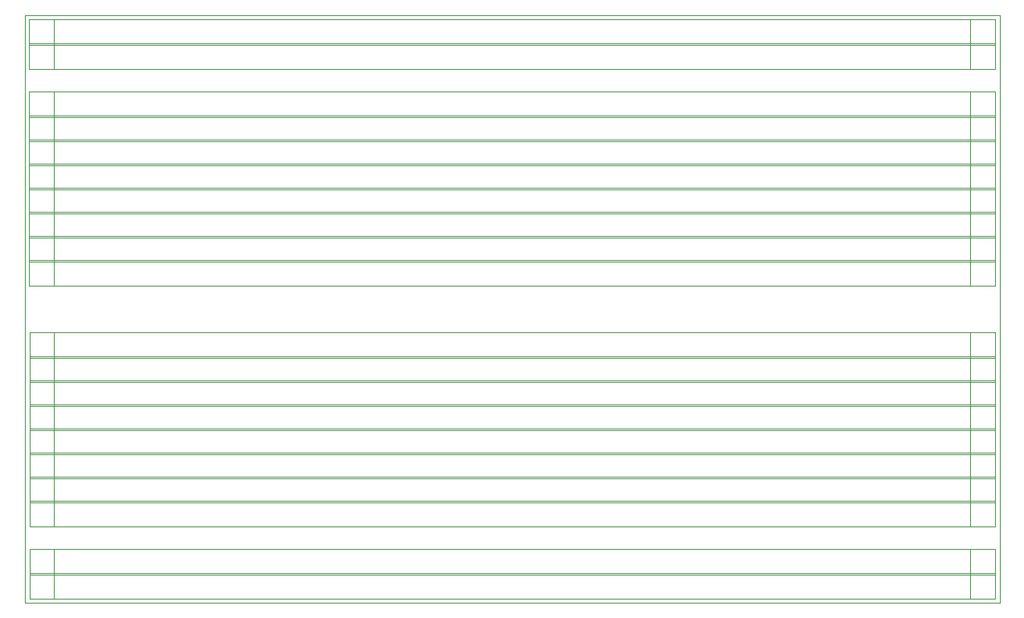
<source format=gbr>
%TF.GenerationSoftware,KiCad,Pcbnew,8.0.1*%
%TF.CreationDate,2024-04-20T13:08:06+02:00*%
%TF.ProjectId,proto_board,70726f74-6f5f-4626-9f61-72642e6b6963,rev?*%
%TF.SameCoordinates,Original*%
%TF.FileFunction,Legend,Top*%
%TF.FilePolarity,Positive*%
%FSLAX46Y46*%
G04 Gerber Fmt 4.6, Leading zero omitted, Abs format (unit mm)*
G04 Created by KiCad (PCBNEW 8.0.1) date 2024-04-20 13:08:06*
%MOMM*%
%LPD*%
G01*
G04 APERTURE LIST*
%ADD10C,0.100000*%
%ADD11C,0.120000*%
G04 APERTURE END LIST*
D10*
X46600000Y-47650000D02*
X149275000Y-47650000D01*
X149275000Y-109650000D01*
X46600000Y-109650000D01*
X46600000Y-47650000D01*
D11*
%TO.C,REF\u002A\u002A*%
X148795000Y-103995000D02*
X148795000Y-105325000D01*
X147465000Y-103995000D02*
X148795000Y-103995000D01*
X146195000Y-106655000D02*
X47075000Y-106655000D01*
X146195000Y-103995000D02*
X146195000Y-106655000D01*
X146195000Y-103995000D02*
X47075000Y-103995000D01*
X47075000Y-103995000D02*
X47075000Y-106655000D01*
X148785000Y-60815000D02*
X148785000Y-62145000D01*
X147455000Y-60815000D02*
X148785000Y-60815000D01*
X146185000Y-63475000D02*
X47065000Y-63475000D01*
X146185000Y-60815000D02*
X146185000Y-63475000D01*
X146185000Y-60815000D02*
X47065000Y-60815000D01*
X47065000Y-60815000D02*
X47065000Y-63475000D01*
X148795000Y-93835000D02*
X148795000Y-95165000D01*
X147465000Y-93835000D02*
X148795000Y-93835000D01*
X146195000Y-96495000D02*
X47075000Y-96495000D01*
X146195000Y-93835000D02*
X146195000Y-96495000D01*
X146195000Y-93835000D02*
X47075000Y-93835000D01*
X47075000Y-93835000D02*
X47075000Y-96495000D01*
X148785000Y-50655000D02*
X148785000Y-51985000D01*
X147455000Y-50655000D02*
X148785000Y-50655000D01*
X146185000Y-53315000D02*
X47065000Y-53315000D01*
X146185000Y-50655000D02*
X146185000Y-53315000D01*
X146185000Y-50655000D02*
X47065000Y-50655000D01*
X47065000Y-50655000D02*
X47065000Y-53315000D01*
X148795000Y-96375000D02*
X148795000Y-97705000D01*
X147465000Y-96375000D02*
X148795000Y-96375000D01*
X146195000Y-99035000D02*
X47075000Y-99035000D01*
X146195000Y-96375000D02*
X146195000Y-99035000D01*
X146195000Y-96375000D02*
X47075000Y-96375000D01*
X47075000Y-96375000D02*
X47075000Y-99035000D01*
X148795000Y-88755000D02*
X148795000Y-90085000D01*
X147465000Y-88755000D02*
X148795000Y-88755000D01*
X146195000Y-91415000D02*
X47075000Y-91415000D01*
X146195000Y-88755000D02*
X146195000Y-91415000D01*
X146195000Y-88755000D02*
X47075000Y-88755000D01*
X47075000Y-88755000D02*
X47075000Y-91415000D01*
X148795000Y-83675000D02*
X148795000Y-85005000D01*
X147465000Y-83675000D02*
X148795000Y-83675000D01*
X146195000Y-86335000D02*
X47075000Y-86335000D01*
X146195000Y-83675000D02*
X146195000Y-86335000D01*
X146195000Y-83675000D02*
X47075000Y-83675000D01*
X47075000Y-83675000D02*
X47075000Y-86335000D01*
X148795000Y-106535000D02*
X148795000Y-107865000D01*
X147465000Y-106535000D02*
X148795000Y-106535000D01*
X146195000Y-109195000D02*
X47075000Y-109195000D01*
X146195000Y-106535000D02*
X146195000Y-109195000D01*
X146195000Y-106535000D02*
X47075000Y-106535000D01*
X47075000Y-106535000D02*
X47075000Y-109195000D01*
X148785000Y-73515000D02*
X148785000Y-74845000D01*
X147455000Y-73515000D02*
X148785000Y-73515000D01*
X146185000Y-76175000D02*
X47065000Y-76175000D01*
X146185000Y-73515000D02*
X146185000Y-76175000D01*
X146185000Y-73515000D02*
X47065000Y-73515000D01*
X47065000Y-73515000D02*
X47065000Y-76175000D01*
X148795000Y-91295000D02*
X148795000Y-92625000D01*
X147465000Y-91295000D02*
X148795000Y-91295000D01*
X146195000Y-93955000D02*
X47075000Y-93955000D01*
X146195000Y-91295000D02*
X146195000Y-93955000D01*
X146195000Y-91295000D02*
X47075000Y-91295000D01*
X47075000Y-91295000D02*
X47075000Y-93955000D01*
X148795000Y-98915000D02*
X148795000Y-100245000D01*
X147465000Y-98915000D02*
X148795000Y-98915000D01*
X146195000Y-101575000D02*
X47075000Y-101575000D01*
X146195000Y-98915000D02*
X146195000Y-101575000D01*
X146195000Y-98915000D02*
X47075000Y-98915000D01*
X47075000Y-98915000D02*
X47075000Y-101575000D01*
X148785000Y-63355000D02*
X148785000Y-64685000D01*
X147455000Y-63355000D02*
X148785000Y-63355000D01*
X146185000Y-66015000D02*
X47065000Y-66015000D01*
X146185000Y-63355000D02*
X146185000Y-66015000D01*
X146185000Y-63355000D02*
X47065000Y-63355000D01*
X47065000Y-63355000D02*
X47065000Y-66015000D01*
X148785000Y-70975000D02*
X148785000Y-72305000D01*
X147455000Y-70975000D02*
X148785000Y-70975000D01*
X146185000Y-73635000D02*
X47065000Y-73635000D01*
X146185000Y-70975000D02*
X146185000Y-73635000D01*
X146185000Y-70975000D02*
X47065000Y-70975000D01*
X47065000Y-70975000D02*
X47065000Y-73635000D01*
X148785000Y-48115000D02*
X148785000Y-49445000D01*
X147455000Y-48115000D02*
X148785000Y-48115000D01*
X146185000Y-50775000D02*
X47065000Y-50775000D01*
X146185000Y-48115000D02*
X146185000Y-50775000D01*
X146185000Y-48115000D02*
X47065000Y-48115000D01*
X47065000Y-48115000D02*
X47065000Y-50775000D01*
X148795000Y-81135000D02*
X148795000Y-82465000D01*
X147465000Y-81135000D02*
X148795000Y-81135000D01*
X146195000Y-83795000D02*
X47075000Y-83795000D01*
X146195000Y-81135000D02*
X146195000Y-83795000D01*
X146195000Y-81135000D02*
X47075000Y-81135000D01*
X47075000Y-81135000D02*
X47075000Y-83795000D01*
X148795000Y-86215000D02*
X148795000Y-87545000D01*
X147465000Y-86215000D02*
X148795000Y-86215000D01*
X146195000Y-88875000D02*
X47075000Y-88875000D01*
X146195000Y-86215000D02*
X146195000Y-88875000D01*
X146195000Y-86215000D02*
X47075000Y-86215000D01*
X47075000Y-86215000D02*
X47075000Y-88875000D01*
X148785000Y-58275000D02*
X148785000Y-59605000D01*
X147455000Y-58275000D02*
X148785000Y-58275000D01*
X146185000Y-60935000D02*
X47065000Y-60935000D01*
X146185000Y-58275000D02*
X146185000Y-60935000D01*
X146185000Y-58275000D02*
X47065000Y-58275000D01*
X47065000Y-58275000D02*
X47065000Y-60935000D01*
X148785000Y-55735000D02*
X148785000Y-57065000D01*
X147455000Y-55735000D02*
X148785000Y-55735000D01*
X146185000Y-58395000D02*
X47065000Y-58395000D01*
X146185000Y-55735000D02*
X146185000Y-58395000D01*
X146185000Y-55735000D02*
X47065000Y-55735000D01*
X47065000Y-55735000D02*
X47065000Y-58395000D01*
X148785000Y-65895000D02*
X148785000Y-67225000D01*
X147455000Y-65895000D02*
X148785000Y-65895000D01*
X146185000Y-68555000D02*
X47065000Y-68555000D01*
X146185000Y-65895000D02*
X146185000Y-68555000D01*
X146185000Y-65895000D02*
X47065000Y-65895000D01*
X47065000Y-65895000D02*
X47065000Y-68555000D01*
X148785000Y-68435000D02*
X148785000Y-69765000D01*
X147455000Y-68435000D02*
X148785000Y-68435000D01*
X146185000Y-71095000D02*
X47065000Y-71095000D01*
X146185000Y-68435000D02*
X146185000Y-71095000D01*
X146185000Y-68435000D02*
X47065000Y-68435000D01*
X47065000Y-68435000D02*
X47065000Y-71095000D01*
X47070000Y-58390000D02*
X47070000Y-57060000D01*
X48400000Y-58390000D02*
X47070000Y-58390000D01*
X49670000Y-55730000D02*
X148790000Y-55730000D01*
X49670000Y-58390000D02*
X49670000Y-55730000D01*
X49670000Y-58390000D02*
X148790000Y-58390000D01*
X148790000Y-58390000D02*
X148790000Y-55730000D01*
X47080000Y-93950000D02*
X47080000Y-92620000D01*
X48410000Y-93950000D02*
X47080000Y-93950000D01*
X49680000Y-91290000D02*
X148800000Y-91290000D01*
X49680000Y-93950000D02*
X49680000Y-91290000D01*
X49680000Y-93950000D02*
X148800000Y-93950000D01*
X148800000Y-93950000D02*
X148800000Y-91290000D01*
X47080000Y-86330000D02*
X47080000Y-85000000D01*
X48410000Y-86330000D02*
X47080000Y-86330000D01*
X49680000Y-83670000D02*
X148800000Y-83670000D01*
X49680000Y-86330000D02*
X49680000Y-83670000D01*
X49680000Y-86330000D02*
X148800000Y-86330000D01*
X148800000Y-86330000D02*
X148800000Y-83670000D01*
X47080000Y-88870000D02*
X47080000Y-87540000D01*
X48410000Y-88870000D02*
X47080000Y-88870000D01*
X49680000Y-86210000D02*
X148800000Y-86210000D01*
X49680000Y-88870000D02*
X49680000Y-86210000D01*
X49680000Y-88870000D02*
X148800000Y-88870000D01*
X148800000Y-88870000D02*
X148800000Y-86210000D01*
X47070000Y-63470000D02*
X47070000Y-62140000D01*
X48400000Y-63470000D02*
X47070000Y-63470000D01*
X49670000Y-60810000D02*
X148790000Y-60810000D01*
X49670000Y-63470000D02*
X49670000Y-60810000D01*
X49670000Y-63470000D02*
X148790000Y-63470000D01*
X148790000Y-63470000D02*
X148790000Y-60810000D01*
X47080000Y-96490000D02*
X47080000Y-95160000D01*
X48410000Y-96490000D02*
X47080000Y-96490000D01*
X49680000Y-93830000D02*
X148800000Y-93830000D01*
X49680000Y-96490000D02*
X49680000Y-93830000D01*
X49680000Y-96490000D02*
X148800000Y-96490000D01*
X148800000Y-96490000D02*
X148800000Y-93830000D01*
X47070000Y-53310000D02*
X47070000Y-51980000D01*
X48400000Y-53310000D02*
X47070000Y-53310000D01*
X49670000Y-50650000D02*
X148790000Y-50650000D01*
X49670000Y-53310000D02*
X49670000Y-50650000D01*
X49670000Y-53310000D02*
X148790000Y-53310000D01*
X148790000Y-53310000D02*
X148790000Y-50650000D01*
X47070000Y-66010000D02*
X47070000Y-64680000D01*
X48400000Y-66010000D02*
X47070000Y-66010000D01*
X49670000Y-63350000D02*
X148790000Y-63350000D01*
X49670000Y-66010000D02*
X49670000Y-63350000D01*
X49670000Y-66010000D02*
X148790000Y-66010000D01*
X148790000Y-66010000D02*
X148790000Y-63350000D01*
X47080000Y-83790000D02*
X47080000Y-82460000D01*
X48410000Y-83790000D02*
X47080000Y-83790000D01*
X49680000Y-81130000D02*
X148800000Y-81130000D01*
X49680000Y-83790000D02*
X49680000Y-81130000D01*
X49680000Y-83790000D02*
X148800000Y-83790000D01*
X148800000Y-83790000D02*
X148800000Y-81130000D01*
X47070000Y-50770000D02*
X47070000Y-49440000D01*
X48400000Y-50770000D02*
X47070000Y-50770000D01*
X49670000Y-48110000D02*
X148790000Y-48110000D01*
X49670000Y-50770000D02*
X49670000Y-48110000D01*
X49670000Y-50770000D02*
X148790000Y-50770000D01*
X148790000Y-50770000D02*
X148790000Y-48110000D01*
X47070000Y-73630000D02*
X47070000Y-72300000D01*
X48400000Y-73630000D02*
X47070000Y-73630000D01*
X49670000Y-70970000D02*
X148790000Y-70970000D01*
X49670000Y-73630000D02*
X49670000Y-70970000D01*
X49670000Y-73630000D02*
X148790000Y-73630000D01*
X148790000Y-73630000D02*
X148790000Y-70970000D01*
X47070000Y-68550000D02*
X47070000Y-67220000D01*
X48400000Y-68550000D02*
X47070000Y-68550000D01*
X49670000Y-65890000D02*
X148790000Y-65890000D01*
X49670000Y-68550000D02*
X49670000Y-65890000D01*
X49670000Y-68550000D02*
X148790000Y-68550000D01*
X148790000Y-68550000D02*
X148790000Y-65890000D01*
X47070000Y-60930000D02*
X47070000Y-59600000D01*
X48400000Y-60930000D02*
X47070000Y-60930000D01*
X49670000Y-58270000D02*
X148790000Y-58270000D01*
X49670000Y-60930000D02*
X49670000Y-58270000D01*
X49670000Y-60930000D02*
X148790000Y-60930000D01*
X148790000Y-60930000D02*
X148790000Y-58270000D01*
X47080000Y-106650000D02*
X47080000Y-105320000D01*
X48410000Y-106650000D02*
X47080000Y-106650000D01*
X49680000Y-103990000D02*
X148800000Y-103990000D01*
X49680000Y-106650000D02*
X49680000Y-103990000D01*
X49680000Y-106650000D02*
X148800000Y-106650000D01*
X148800000Y-106650000D02*
X148800000Y-103990000D01*
X47080000Y-99030000D02*
X47080000Y-97700000D01*
X48410000Y-99030000D02*
X47080000Y-99030000D01*
X49680000Y-96370000D02*
X148800000Y-96370000D01*
X49680000Y-99030000D02*
X49680000Y-96370000D01*
X49680000Y-99030000D02*
X148800000Y-99030000D01*
X148800000Y-99030000D02*
X148800000Y-96370000D01*
X47080000Y-101570000D02*
X47080000Y-100240000D01*
X48410000Y-101570000D02*
X47080000Y-101570000D01*
X49680000Y-98910000D02*
X148800000Y-98910000D01*
X49680000Y-101570000D02*
X49680000Y-98910000D01*
X49680000Y-101570000D02*
X148800000Y-101570000D01*
X148800000Y-101570000D02*
X148800000Y-98910000D01*
X47080000Y-91410000D02*
X47080000Y-90080000D01*
X48410000Y-91410000D02*
X47080000Y-91410000D01*
X49680000Y-88750000D02*
X148800000Y-88750000D01*
X49680000Y-91410000D02*
X49680000Y-88750000D01*
X49680000Y-91410000D02*
X148800000Y-91410000D01*
X148800000Y-91410000D02*
X148800000Y-88750000D01*
X47070000Y-76170000D02*
X47070000Y-74840000D01*
X48400000Y-76170000D02*
X47070000Y-76170000D01*
X49670000Y-73510000D02*
X148790000Y-73510000D01*
X49670000Y-76170000D02*
X49670000Y-73510000D01*
X49670000Y-76170000D02*
X148790000Y-76170000D01*
X148790000Y-76170000D02*
X148790000Y-73510000D01*
X47080000Y-109190000D02*
X47080000Y-107860000D01*
X48410000Y-109190000D02*
X47080000Y-109190000D01*
X49680000Y-106530000D02*
X148800000Y-106530000D01*
X49680000Y-109190000D02*
X49680000Y-106530000D01*
X49680000Y-109190000D02*
X148800000Y-109190000D01*
X148800000Y-109190000D02*
X148800000Y-106530000D01*
X47070000Y-71090000D02*
X47070000Y-69760000D01*
X48400000Y-71090000D02*
X47070000Y-71090000D01*
X49670000Y-68430000D02*
X148790000Y-68430000D01*
X49670000Y-71090000D02*
X49670000Y-68430000D01*
X49670000Y-71090000D02*
X148790000Y-71090000D01*
X148790000Y-71090000D02*
X148790000Y-68430000D01*
%TD*%
M02*

</source>
